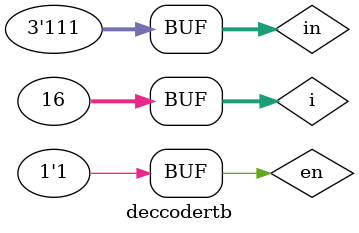
<source format=v>
`timescale 1ns / 1ps
module deccodertb;
wire [7:0] out;
reg en;
reg [2:0] in;
integer i;
 
decoder3_to_8 dut(in,out,en);
 
initial begin  
 $monitor( "en=%b, in=%d, out=%b ", en, in, out);
   for ( i=0; i<16; i=i+1) 
        begin
           {en,in}  = i;
            #1;
        end
end

endmodule

</source>
